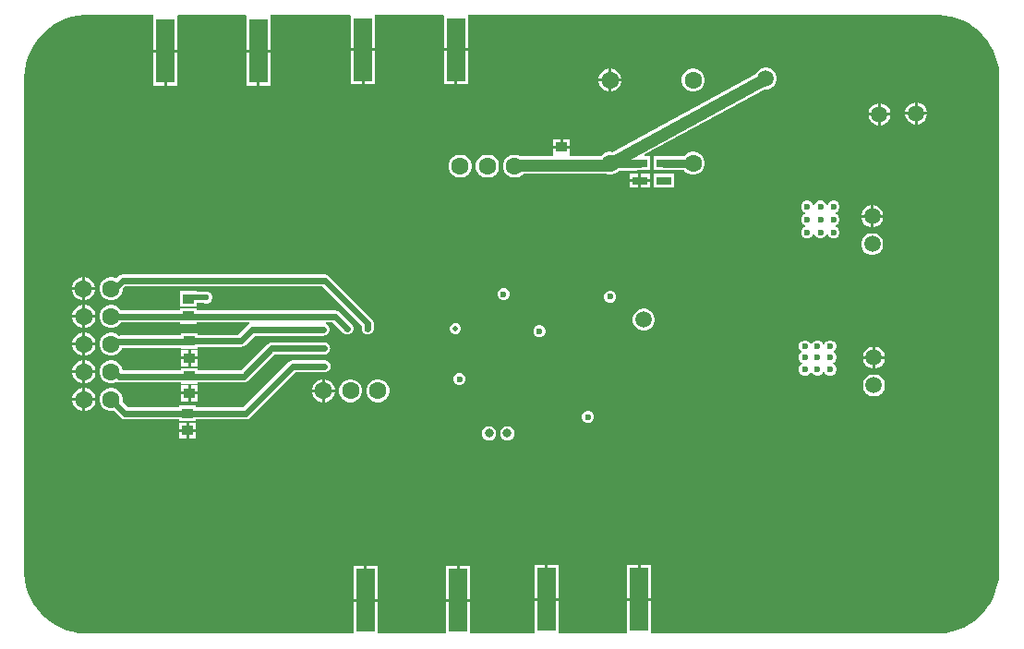
<source format=gbl>
G04*
G04 #@! TF.GenerationSoftware,Altium Limited,Altium Designer,21.1.1 (26)*
G04*
G04 Layer_Physical_Order=4*
G04 Layer_Color=16711680*
%FSLAX43Y43*%
%MOMM*%
G71*
G04*
G04 #@! TF.SameCoordinates,7D77D7A2-79D2-47A9-8A17-8AFE765D4546*
G04*
G04*
G04 #@! TF.FilePolarity,Positive*
G04*
G01*
G75*
%ADD17R,1.702X5.842*%
%ADD22R,1.020X0.940*%
%ADD51C,1.600*%
%ADD55C,0.600*%
%ADD61C,0.600*%
%ADD62C,0.800*%
%ADD63C,1.100*%
%ADD64C,0.500*%
%ADD67C,4.000*%
%ADD68C,1.500*%
%ADD69C,0.800*%
%ADD70C,0.500*%
%ADD71R,1.400X0.800*%
G36*
X84776Y57070D02*
X85336Y56967D01*
X85884Y56808D01*
X86413Y56597D01*
X86918Y56334D01*
X87396Y56022D01*
X87839Y55665D01*
X88246Y55265D01*
X88611Y54827D01*
X88930Y54356D01*
X89202Y53855D01*
X89422Y53329D01*
X89590Y52785D01*
X89703Y52226D01*
X89760Y51659D01*
X89760Y51374D01*
X89760Y51374D01*
X89760Y51374D01*
X89765Y48799D01*
X89742Y6232D01*
X89743Y6228D01*
X89742Y6225D01*
X89747Y5940D01*
X89700Y5373D01*
X89597Y4812D01*
X89438Y4265D01*
X89227Y3736D01*
X88964Y3230D01*
X88653Y2754D01*
X88296Y2310D01*
X87896Y1903D01*
X87459Y1538D01*
X86987Y1219D01*
X86487Y947D01*
X85961Y727D01*
X85417Y559D01*
X84858Y446D01*
X84292Y389D01*
X84007Y388D01*
X57858D01*
Y3398D01*
X55648D01*
Y388D01*
X49349D01*
Y3398D01*
X47139D01*
Y388D01*
X41258D01*
Y3323D01*
X39048D01*
Y388D01*
X32749D01*
Y3323D01*
X30539D01*
Y388D01*
X7249D01*
X6205Y390D01*
X6202Y389D01*
X6199Y390D01*
X5914Y385D01*
X5346Y432D01*
X4786Y535D01*
X4238Y694D01*
X3709Y905D01*
X3204Y1168D01*
X2727Y1479D01*
X2283Y1836D01*
X1877Y2236D01*
X1512Y2673D01*
X1192Y3145D01*
X921Y3646D01*
X700Y4171D01*
X532Y4715D01*
X419Y5274D01*
X362Y5840D01*
Y7253D01*
Y51570D01*
X390Y51906D01*
X534Y52687D01*
X692Y53235D01*
X904Y53764D01*
X1167Y54269D01*
X1478Y54746D01*
X1835Y55190D01*
X2234Y55596D01*
X2672Y55961D01*
X3144Y56281D01*
X3644Y56553D01*
X4170Y56773D01*
X4714Y56941D01*
X5272Y57054D01*
X5839Y57111D01*
X6124Y57111D01*
X12152Y57111D01*
X12189Y56984D01*
Y53952D01*
X13294D01*
X14399D01*
Y56984D01*
X14399Y57000D01*
X14436Y57111D01*
X20662Y57112D01*
X20698Y56985D01*
Y53952D01*
X21803D01*
X22908D01*
Y56985D01*
X22908Y57000D01*
X22944Y57112D01*
X30211Y57112D01*
X30301Y57022D01*
Y54070D01*
X31406D01*
X32511D01*
Y57112D01*
X38720Y57112D01*
X38810Y57022D01*
Y54070D01*
X39915D01*
X41020D01*
Y57112D01*
X83917Y57113D01*
X83920Y57113D01*
X83923Y57113D01*
X84208Y57117D01*
X84776Y57070D01*
D02*
G37*
%LPC*%
G36*
X54189Y52189D02*
X54177D01*
Y51262D01*
X55104D01*
Y51274D01*
X55032Y51542D01*
X54893Y51782D01*
X54697Y51978D01*
X54457Y52117D01*
X54189Y52189D01*
D02*
G37*
G36*
X53923D02*
X53911D01*
X53643Y52117D01*
X53403Y51978D01*
X53207Y51782D01*
X53068Y51542D01*
X52996Y51274D01*
Y51262D01*
X53923D01*
Y52189D01*
D02*
G37*
G36*
X41020Y53816D02*
X40042D01*
Y50768D01*
X41020D01*
Y53816D01*
D02*
G37*
G36*
X39788D02*
X38810D01*
Y50768D01*
X39788D01*
Y53816D01*
D02*
G37*
G36*
X32511D02*
X31533D01*
Y50768D01*
X32511D01*
Y53816D01*
D02*
G37*
G36*
X31279D02*
X30301D01*
Y50768D01*
X31279D01*
Y53816D01*
D02*
G37*
G36*
X22908Y53698D02*
X21930D01*
Y50650D01*
X22908D01*
Y53698D01*
D02*
G37*
G36*
X21676D02*
X20698D01*
Y50650D01*
X21676D01*
Y53698D01*
D02*
G37*
G36*
X14399D02*
X13421D01*
Y50650D01*
X14399D01*
Y53698D01*
D02*
G37*
G36*
X13167D02*
X12189D01*
Y50650D01*
X13167D01*
Y53698D01*
D02*
G37*
G36*
X68482Y52294D02*
X68218D01*
X67962Y52226D01*
X67734Y52093D01*
X67547Y51906D01*
X67437Y51716D01*
X54257Y44546D01*
X54189Y44564D01*
X53911D01*
X53643Y44492D01*
X53403Y44353D01*
X53230Y44181D01*
X50403D01*
X50374Y44296D01*
X50374Y44308D01*
Y44893D01*
X49610D01*
Y45020D01*
D01*
Y44893D01*
X48846D01*
Y44308D01*
X48846Y44296D01*
X48817Y44181D01*
X45819D01*
X45730Y44232D01*
X45462Y44304D01*
X45185D01*
X44917Y44232D01*
X44676Y44093D01*
X44480Y43897D01*
X44341Y43657D01*
X44269Y43388D01*
Y43111D01*
X44341Y42843D01*
X44480Y42603D01*
X44676Y42406D01*
X44917Y42268D01*
X45185Y42196D01*
X45462D01*
X45730Y42268D01*
X45971Y42406D01*
X46123Y42559D01*
X53589D01*
X53643Y42528D01*
X53911Y42456D01*
X54189D01*
X54457Y42528D01*
X54697Y42667D01*
X54881Y42850D01*
X56470D01*
X56622Y42870D01*
X56790D01*
X56833Y42876D01*
X57744D01*
Y44184D01*
X57243D01*
X57212Y44307D01*
X68207Y50289D01*
X68218Y50286D01*
X68482D01*
X68738Y50354D01*
X68966Y50487D01*
X69153Y50674D01*
X69286Y50902D01*
X69354Y51158D01*
Y51422D01*
X69286Y51678D01*
X69153Y51906D01*
X68966Y52093D01*
X68738Y52226D01*
X68482Y52294D01*
D02*
G37*
G36*
X61814Y52189D02*
X61536D01*
X61268Y52117D01*
X61028Y51978D01*
X60832Y51782D01*
X60693Y51542D01*
X60621Y51274D01*
Y50996D01*
X60693Y50728D01*
X60832Y50488D01*
X61028Y50292D01*
X61268Y50153D01*
X61536Y50081D01*
X61814D01*
X62082Y50153D01*
X62322Y50292D01*
X62518Y50488D01*
X62657Y50728D01*
X62729Y50996D01*
Y51274D01*
X62657Y51542D01*
X62518Y51782D01*
X62322Y51978D01*
X62082Y52117D01*
X61814Y52189D01*
D02*
G37*
G36*
X55104Y51008D02*
X54177D01*
Y50081D01*
X54189D01*
X54457Y50153D01*
X54697Y50292D01*
X54893Y50488D01*
X55032Y50728D01*
X55104Y50996D01*
Y51008D01*
D02*
G37*
G36*
X53923D02*
X52996D01*
Y50996D01*
X53068Y50728D01*
X53207Y50488D01*
X53403Y50292D01*
X53643Y50153D01*
X53911Y50081D01*
X53923D01*
Y51008D01*
D02*
G37*
G36*
X82272Y49104D02*
X82267D01*
Y48227D01*
X83144D01*
Y48232D01*
X83076Y48488D01*
X82943Y48716D01*
X82756Y48903D01*
X82528Y49036D01*
X82272Y49104D01*
D02*
G37*
G36*
X82013D02*
X82008D01*
X81752Y49036D01*
X81524Y48903D01*
X81337Y48716D01*
X81204Y48488D01*
X81136Y48232D01*
Y48227D01*
X82013D01*
Y49104D01*
D02*
G37*
G36*
X78902Y49014D02*
X78897D01*
Y48137D01*
X79774D01*
Y48142D01*
X79706Y48398D01*
X79573Y48626D01*
X79386Y48813D01*
X79158Y48946D01*
X78902Y49014D01*
D02*
G37*
G36*
X78643D02*
X78638D01*
X78382Y48946D01*
X78154Y48813D01*
X77967Y48626D01*
X77834Y48398D01*
X77766Y48142D01*
Y48137D01*
X78643D01*
Y49014D01*
D02*
G37*
G36*
X83144Y47973D02*
X82267D01*
Y47096D01*
X82272D01*
X82528Y47164D01*
X82756Y47297D01*
X82943Y47484D01*
X83076Y47712D01*
X83144Y47968D01*
Y47973D01*
D02*
G37*
G36*
X82013D02*
X81136D01*
Y47968D01*
X81204Y47712D01*
X81337Y47484D01*
X81524Y47297D01*
X81752Y47164D01*
X82008Y47096D01*
X82013D01*
Y47973D01*
D02*
G37*
G36*
X79774Y47883D02*
X78897D01*
Y47006D01*
X78902D01*
X79158Y47074D01*
X79386Y47207D01*
X79573Y47394D01*
X79706Y47622D01*
X79774Y47878D01*
Y47883D01*
D02*
G37*
G36*
X78643D02*
X77766D01*
Y47878D01*
X77834Y47622D01*
X77967Y47394D01*
X78154Y47207D01*
X78382Y47074D01*
X78638Y47006D01*
X78643D01*
Y47883D01*
D02*
G37*
G36*
X50374Y45744D02*
X49737D01*
Y45147D01*
X50374D01*
Y45744D01*
D02*
G37*
G36*
X49483D02*
X48846D01*
Y45147D01*
X49483D01*
Y45744D01*
D02*
G37*
G36*
X61814Y44564D02*
X61536D01*
X61268Y44492D01*
X61028Y44353D01*
X60864Y44190D01*
X58990D01*
X58947Y44184D01*
X58036D01*
Y42876D01*
X58947D01*
X58990Y42870D01*
X60827D01*
X60832Y42863D01*
X61028Y42667D01*
X61268Y42528D01*
X61536Y42456D01*
X61814D01*
X62082Y42528D01*
X62322Y42667D01*
X62518Y42863D01*
X62657Y43103D01*
X62729Y43371D01*
Y43649D01*
X62657Y43917D01*
X62518Y44157D01*
X62322Y44353D01*
X62082Y44492D01*
X61814Y44564D01*
D02*
G37*
G36*
X42962Y44304D02*
X42685D01*
X42417Y44232D01*
X42176Y44093D01*
X41980Y43897D01*
X41841Y43657D01*
X41769Y43388D01*
Y43111D01*
X41841Y42843D01*
X41980Y42603D01*
X42176Y42406D01*
X42417Y42268D01*
X42685Y42196D01*
X42962D01*
X43230Y42268D01*
X43471Y42406D01*
X43667Y42603D01*
X43806Y42843D01*
X43877Y43111D01*
Y43388D01*
X43806Y43657D01*
X43667Y43897D01*
X43471Y44093D01*
X43230Y44232D01*
X42962Y44304D01*
D02*
G37*
G36*
X40462D02*
X40185D01*
X39917Y44232D01*
X39676Y44093D01*
X39480Y43897D01*
X39341Y43657D01*
X39269Y43388D01*
Y43111D01*
X39341Y42843D01*
X39480Y42603D01*
X39676Y42406D01*
X39917Y42268D01*
X40185Y42196D01*
X40462D01*
X40730Y42268D01*
X40971Y42406D01*
X41167Y42603D01*
X41306Y42843D01*
X41377Y43111D01*
Y43388D01*
X41306Y43657D01*
X41167Y43897D01*
X40971Y44093D01*
X40730Y44232D01*
X40462Y44304D01*
D02*
G37*
G36*
X57744Y42584D02*
X56917D01*
Y42057D01*
X57744D01*
Y42584D01*
D02*
G37*
G36*
X56663D02*
X55836D01*
Y42057D01*
X56663D01*
Y42584D01*
D02*
G37*
G36*
X59944D02*
X58036D01*
Y41276D01*
X59944D01*
Y42584D01*
D02*
G37*
G36*
X57744Y41803D02*
X56917D01*
Y41276D01*
X57744D01*
Y41803D01*
D02*
G37*
G36*
X56663D02*
X55836D01*
Y41276D01*
X56663D01*
Y41803D01*
D02*
G37*
G36*
X74680Y40074D02*
X74460D01*
X74256Y39990D01*
X74100Y39834D01*
X74031Y39667D01*
X73899D01*
X73830Y39834D01*
X73674Y39990D01*
X73470Y40074D01*
X73250D01*
X73046Y39990D01*
X72890Y39834D01*
X72813Y39648D01*
X72779Y39643D01*
X72721D01*
X72687Y39648D01*
X72610Y39834D01*
X72454Y39990D01*
X72250Y40074D01*
X72030D01*
X71826Y39990D01*
X71670Y39834D01*
X71586Y39630D01*
Y39410D01*
X71670Y39206D01*
X71826Y39050D01*
X71939Y39004D01*
Y38866D01*
X71826Y38820D01*
X71670Y38664D01*
X71586Y38460D01*
Y38240D01*
X71670Y38036D01*
X71826Y37880D01*
X71963Y37824D01*
Y37686D01*
X71826Y37630D01*
X71670Y37474D01*
X71586Y37270D01*
Y37050D01*
X71670Y36846D01*
X71826Y36690D01*
X72030Y36606D01*
X72250D01*
X72454Y36690D01*
X72610Y36846D01*
X72687Y37032D01*
X72721Y37037D01*
X72779D01*
X72813Y37032D01*
X72890Y36846D01*
X73046Y36690D01*
X73250Y36606D01*
X73470D01*
X73674Y36690D01*
X73830Y36846D01*
X73899Y37013D01*
X74031D01*
X74100Y36846D01*
X74256Y36690D01*
X74460Y36606D01*
X74680D01*
X74884Y36690D01*
X75040Y36846D01*
X75124Y37050D01*
Y37270D01*
X75040Y37474D01*
X74884Y37630D01*
X74747Y37686D01*
Y37824D01*
X74884Y37880D01*
X75040Y38036D01*
X75124Y38240D01*
Y38460D01*
X75040Y38664D01*
X74884Y38820D01*
X74771Y38866D01*
Y39004D01*
X74884Y39050D01*
X75040Y39206D01*
X75124Y39410D01*
Y39630D01*
X75040Y39834D01*
X74884Y39990D01*
X74680Y40074D01*
D02*
G37*
G36*
X78232Y39654D02*
X78227D01*
Y38777D01*
X79104D01*
Y38782D01*
X79036Y39038D01*
X78903Y39266D01*
X78716Y39453D01*
X78488Y39586D01*
X78232Y39654D01*
D02*
G37*
G36*
X77973D02*
X77968D01*
X77712Y39586D01*
X77484Y39453D01*
X77297Y39266D01*
X77164Y39038D01*
X77096Y38782D01*
Y38777D01*
X77973D01*
Y39654D01*
D02*
G37*
G36*
X79104Y38523D02*
X78227D01*
Y37646D01*
X78232D01*
X78488Y37714D01*
X78716Y37847D01*
X78903Y38034D01*
X79036Y38262D01*
X79104Y38518D01*
Y38523D01*
D02*
G37*
G36*
X77973D02*
X77096D01*
Y38518D01*
X77164Y38262D01*
X77297Y38034D01*
X77484Y37847D01*
X77712Y37714D01*
X77968Y37646D01*
X77973D01*
Y38523D01*
D02*
G37*
G36*
X78232Y37104D02*
X77968D01*
X77712Y37036D01*
X77484Y36903D01*
X77297Y36716D01*
X77164Y36488D01*
X77096Y36232D01*
Y35968D01*
X77164Y35712D01*
X77297Y35484D01*
X77484Y35297D01*
X77712Y35164D01*
X77968Y35096D01*
X78232D01*
X78488Y35164D01*
X78716Y35297D01*
X78903Y35484D01*
X79036Y35712D01*
X79104Y35968D01*
Y36232D01*
X79036Y36488D01*
X78903Y36716D01*
X78716Y36903D01*
X78488Y37036D01*
X78232Y37104D01*
D02*
G37*
G36*
X27900Y33335D02*
X27900Y33335D01*
X9354D01*
X9354Y33335D01*
X9138Y33292D01*
X8955Y33169D01*
X8955Y33169D01*
X8760Y32975D01*
X8730Y32992D01*
X8462Y33064D01*
X8185D01*
X7917Y32992D01*
X7676Y32853D01*
X7480Y32657D01*
X7341Y32417D01*
X7269Y32148D01*
Y31871D01*
X7341Y31603D01*
X7480Y31363D01*
X7676Y31166D01*
X7917Y31028D01*
X8185Y30956D01*
X8462D01*
X8730Y31028D01*
X8971Y31166D01*
X9167Y31363D01*
X9306Y31603D01*
X9377Y31871D01*
Y31994D01*
X9588Y32205D01*
X27666D01*
X31275Y28596D01*
Y28380D01*
X31286Y28325D01*
Y28270D01*
X31307Y28218D01*
X31318Y28164D01*
X31349Y28118D01*
X31370Y28066D01*
X31410Y28027D01*
X31441Y27981D01*
X31487Y27950D01*
X31526Y27910D01*
X31578Y27889D01*
X31624Y27858D01*
X31678Y27847D01*
X31730Y27826D01*
X31785D01*
X31840Y27815D01*
X31895Y27826D01*
X31950D01*
X32002Y27847D01*
X32056Y27858D01*
X32102Y27889D01*
X32154Y27910D01*
X32193Y27950D01*
X32239Y27981D01*
X32270Y28027D01*
X32310Y28066D01*
X32331Y28118D01*
X32362Y28164D01*
X32373Y28218D01*
X32394Y28270D01*
Y28325D01*
X32405Y28380D01*
Y28830D01*
X32362Y29046D01*
X32239Y29229D01*
X32239Y29229D01*
X28299Y33169D01*
X28116Y33292D01*
X27900Y33335D01*
D02*
G37*
G36*
X5922Y33064D02*
X5910D01*
Y32137D01*
X6837D01*
Y32148D01*
X6766Y32417D01*
X6627Y32657D01*
X6431Y32853D01*
X6190Y32992D01*
X5922Y33064D01*
D02*
G37*
G36*
X5656D02*
X5645D01*
X5377Y32992D01*
X5136Y32853D01*
X4940Y32657D01*
X4801Y32417D01*
X4729Y32148D01*
Y32137D01*
X5656D01*
Y33064D01*
D02*
G37*
G36*
X6837Y31883D02*
X5910D01*
Y30956D01*
X5922D01*
X6190Y31028D01*
X6431Y31166D01*
X6627Y31363D01*
X6766Y31603D01*
X6837Y31871D01*
Y31883D01*
D02*
G37*
G36*
X5656D02*
X4729D01*
Y31871D01*
X4801Y31603D01*
X4940Y31363D01*
X5136Y31166D01*
X5377Y31028D01*
X5645Y30956D01*
X5656D01*
Y31883D01*
D02*
G37*
G36*
X44400Y32054D02*
X44180D01*
X43976Y31970D01*
X43820Y31814D01*
X43736Y31610D01*
Y31390D01*
X43820Y31186D01*
X43976Y31030D01*
X44180Y30946D01*
X44400D01*
X44604Y31030D01*
X44760Y31186D01*
X44844Y31390D01*
Y31610D01*
X44760Y31814D01*
X44604Y31970D01*
X44400Y32054D01*
D02*
G37*
G36*
X54190Y31827D02*
X53970D01*
X53766Y31743D01*
X53610Y31587D01*
X53526Y31383D01*
Y31163D01*
X53610Y30959D01*
X53766Y30803D01*
X53970Y30719D01*
X54190D01*
X54394Y30803D01*
X54550Y30959D01*
X54634Y31163D01*
Y31383D01*
X54550Y31587D01*
X54394Y31743D01*
X54190Y31827D01*
D02*
G37*
G36*
X16184Y31794D02*
X14656D01*
Y30346D01*
X16184D01*
Y30686D01*
X16847D01*
X16920Y30656D01*
X17140D01*
X17344Y30740D01*
X17500Y30896D01*
X17584Y31100D01*
Y31320D01*
X17500Y31524D01*
X17344Y31680D01*
X17140Y31764D01*
X16920D01*
X16799Y31714D01*
X16184D01*
Y31794D01*
D02*
G37*
G36*
X5962Y30524D02*
X5950D01*
Y29597D01*
X6877D01*
Y29608D01*
X6806Y29877D01*
X6667Y30117D01*
X6471Y30313D01*
X6230Y30452D01*
X5962Y30524D01*
D02*
G37*
G36*
X5696D02*
X5685D01*
X5417Y30452D01*
X5176Y30313D01*
X4980Y30117D01*
X4841Y29877D01*
X4769Y29608D01*
Y29597D01*
X5696D01*
Y30524D01*
D02*
G37*
G36*
X6877Y29343D02*
X5950D01*
Y28416D01*
X5962D01*
X6230Y28488D01*
X6471Y28626D01*
X6667Y28823D01*
X6806Y29063D01*
X6877Y29331D01*
Y29343D01*
D02*
G37*
G36*
X5696D02*
X4769D01*
Y29331D01*
X4841Y29063D01*
X4980Y28823D01*
X5176Y28626D01*
X5417Y28488D01*
X5685Y28416D01*
X5696D01*
Y29343D01*
D02*
G37*
G36*
X57282Y30184D02*
X57018D01*
X56762Y30116D01*
X56534Y29983D01*
X56347Y29796D01*
X56214Y29568D01*
X56146Y29312D01*
Y29048D01*
X56214Y28792D01*
X56347Y28564D01*
X56534Y28377D01*
X56762Y28244D01*
X57018Y28176D01*
X57282D01*
X57538Y28244D01*
X57766Y28377D01*
X57953Y28564D01*
X58086Y28792D01*
X58154Y29048D01*
Y29312D01*
X58086Y29568D01*
X57953Y29796D01*
X57766Y29983D01*
X57538Y30116D01*
X57282Y30184D01*
D02*
G37*
G36*
X39999Y28854D02*
X39798D01*
X39613Y28777D01*
X39471Y28635D01*
X39394Y28450D01*
Y28249D01*
X39471Y28064D01*
X39613Y27922D01*
X39798Y27846D01*
X39999D01*
X40184Y27922D01*
X40326Y28064D01*
X40402Y28249D01*
Y28450D01*
X40326Y28635D01*
X40184Y28777D01*
X39999Y28854D01*
D02*
G37*
G36*
X8462Y30524D02*
X8185D01*
X7917Y30452D01*
X7676Y30313D01*
X7480Y30117D01*
X7341Y29877D01*
X7269Y29608D01*
Y29331D01*
X7341Y29063D01*
X7480Y28823D01*
X7676Y28626D01*
X7917Y28488D01*
X8185Y28416D01*
X8462D01*
X8730Y28488D01*
X8971Y28626D01*
X9167Y28823D01*
X9214Y28905D01*
X14656D01*
Y28766D01*
X16184D01*
Y28905D01*
X20992D01*
X21004Y28873D01*
X21013Y28778D01*
X20851Y28669D01*
X20851Y28669D01*
X19976Y27795D01*
X16274D01*
Y27944D01*
X14746D01*
Y27715D01*
X9175D01*
X9053Y27691D01*
X8971Y27773D01*
X8730Y27912D01*
X8462Y27984D01*
X8185D01*
X7917Y27912D01*
X7676Y27773D01*
X7480Y27577D01*
X7341Y27337D01*
X7269Y27068D01*
Y26791D01*
X7341Y26523D01*
X7480Y26283D01*
X7676Y26086D01*
X7917Y25948D01*
X8185Y25876D01*
X8462D01*
X8730Y25948D01*
X8971Y26086D01*
X9167Y26283D01*
X9306Y26523D01*
X9322Y26585D01*
X14746D01*
Y26496D01*
X16274D01*
Y26665D01*
X20210D01*
X20210Y26665D01*
X20426Y26708D01*
X20609Y26831D01*
X21484Y27705D01*
X27780D01*
X27835Y27716D01*
X27890D01*
X27942Y27737D01*
X27996Y27748D01*
X28042Y27779D01*
X28094Y27800D01*
X28133Y27840D01*
X28179Y27871D01*
X28210Y27917D01*
X28250Y27956D01*
X28271Y28008D01*
X28302Y28054D01*
X28313Y28108D01*
X28334Y28160D01*
Y28215D01*
X28345Y28270D01*
X28334Y28325D01*
Y28380D01*
X28313Y28432D01*
X28302Y28486D01*
X28271Y28532D01*
X28250Y28584D01*
X28210Y28623D01*
X28179Y28669D01*
X28133Y28700D01*
X28094Y28740D01*
X28042Y28761D01*
X28017Y28778D01*
X28026Y28873D01*
X28038Y28905D01*
X28646D01*
X29571Y27981D01*
X29617Y27950D01*
X29656Y27910D01*
X29708Y27889D01*
X29754Y27858D01*
X29808Y27847D01*
X29860Y27826D01*
X29915D01*
X29970Y27815D01*
X30025Y27826D01*
X30080D01*
X30132Y27847D01*
X30186Y27858D01*
X30232Y27889D01*
X30284Y27910D01*
X30323Y27950D01*
X30369Y27981D01*
X30400Y28027D01*
X30440Y28066D01*
X30461Y28118D01*
X30492Y28164D01*
X30503Y28218D01*
X30524Y28270D01*
Y28325D01*
X30535Y28380D01*
X30524Y28435D01*
Y28490D01*
X30503Y28542D01*
X30492Y28596D01*
X30461Y28642D01*
X30440Y28694D01*
X30400Y28733D01*
X30369Y28779D01*
X29280Y29869D01*
X29096Y29992D01*
X28880Y30035D01*
X28880Y30035D01*
X16184D01*
Y30214D01*
X14656D01*
Y30035D01*
X9214D01*
X9167Y30117D01*
X8971Y30313D01*
X8730Y30452D01*
X8462Y30524D01*
D02*
G37*
G36*
X47690Y28653D02*
X47470D01*
X47266Y28569D01*
X47110Y28413D01*
X47026Y28210D01*
Y27989D01*
X47110Y27786D01*
X47266Y27630D01*
X47470Y27545D01*
X47690D01*
X47894Y27630D01*
X48050Y27786D01*
X48134Y27989D01*
Y28210D01*
X48050Y28413D01*
X47894Y28569D01*
X47690Y28653D01*
D02*
G37*
G36*
X5962Y27984D02*
X5950D01*
Y27057D01*
X6877D01*
Y27068D01*
X6806Y27337D01*
X6667Y27577D01*
X6471Y27773D01*
X6230Y27912D01*
X5962Y27984D01*
D02*
G37*
G36*
X5696D02*
X5685D01*
X5417Y27912D01*
X5176Y27773D01*
X4980Y27577D01*
X4841Y27337D01*
X4769Y27068D01*
Y27057D01*
X5696D01*
Y27984D01*
D02*
G37*
G36*
X74350Y27274D02*
X74130D01*
X73926Y27190D01*
X73770Y27034D01*
X73729Y26933D01*
X73591D01*
X73550Y27034D01*
X73394Y27190D01*
X73190Y27274D01*
X72970D01*
X72766Y27190D01*
X72610Y27034D01*
X72584Y26970D01*
X72446D01*
X72420Y27034D01*
X72264Y27190D01*
X72060Y27274D01*
X71840D01*
X71636Y27190D01*
X71480Y27034D01*
X71396Y26830D01*
Y26610D01*
X71480Y26406D01*
X71584Y26303D01*
X71622Y26220D01*
X71584Y26137D01*
X71480Y26034D01*
X71396Y25830D01*
Y25610D01*
X71480Y25406D01*
X71636Y25250D01*
X71677Y25233D01*
Y25107D01*
X71636Y25090D01*
X71480Y24934D01*
X71396Y24730D01*
Y24510D01*
X71480Y24306D01*
X71636Y24150D01*
X71840Y24066D01*
X72060D01*
X72264Y24150D01*
X72420Y24306D01*
X72446Y24370D01*
X72584D01*
X72610Y24306D01*
X72766Y24150D01*
X72970Y24066D01*
X73190D01*
X73394Y24150D01*
X73550Y24306D01*
X73591Y24407D01*
X73729D01*
X73770Y24306D01*
X73926Y24150D01*
X74130Y24066D01*
X74350D01*
X74554Y24150D01*
X74710Y24306D01*
X74794Y24510D01*
Y24730D01*
X74710Y24934D01*
X74554Y25090D01*
X74513Y25107D01*
Y25233D01*
X74554Y25250D01*
X74710Y25406D01*
X74794Y25610D01*
Y25830D01*
X74710Y26034D01*
X74606Y26137D01*
X74568Y26220D01*
X74606Y26303D01*
X74710Y26406D01*
X74794Y26610D01*
Y26830D01*
X74710Y27034D01*
X74554Y27190D01*
X74350Y27274D01*
D02*
G37*
G36*
X6877Y26803D02*
X5950D01*
Y25876D01*
X5962D01*
X6230Y25948D01*
X6471Y26086D01*
X6667Y26283D01*
X6806Y26523D01*
X6877Y26791D01*
Y26803D01*
D02*
G37*
G36*
X5696D02*
X4769D01*
Y26791D01*
X4841Y26523D01*
X4980Y26283D01*
X5176Y26086D01*
X5417Y25948D01*
X5685Y25876D01*
X5696D01*
Y26803D01*
D02*
G37*
G36*
X78392Y26694D02*
X78387D01*
Y25817D01*
X79264D01*
Y25822D01*
X79196Y26078D01*
X79063Y26306D01*
X78876Y26493D01*
X78648Y26626D01*
X78392Y26694D01*
D02*
G37*
G36*
X78133D02*
X78128D01*
X77872Y26626D01*
X77644Y26493D01*
X77457Y26306D01*
X77324Y26078D01*
X77256Y25822D01*
Y25817D01*
X78133D01*
Y26694D01*
D02*
G37*
G36*
X16274Y26364D02*
X15637D01*
Y25767D01*
X16274D01*
Y26364D01*
D02*
G37*
G36*
X15383D02*
X14746D01*
Y25767D01*
X15383D01*
Y26364D01*
D02*
G37*
G36*
X16274Y25513D02*
X15637D01*
Y24916D01*
X16274D01*
Y25513D01*
D02*
G37*
G36*
X15383D02*
X14746D01*
Y24916D01*
X15383D01*
Y25513D01*
D02*
G37*
G36*
X79264Y25563D02*
X78387D01*
Y24686D01*
X78392D01*
X78648Y24754D01*
X78876Y24887D01*
X79063Y25074D01*
X79196Y25302D01*
X79264Y25558D01*
Y25563D01*
D02*
G37*
G36*
X78133D02*
X77256D01*
Y25558D01*
X77324Y25302D01*
X77457Y25074D01*
X77644Y24887D01*
X77872Y24754D01*
X78128Y24686D01*
X78133D01*
Y25563D01*
D02*
G37*
G36*
X23040Y27105D02*
X22824Y27062D01*
X22641Y26939D01*
X22641Y26939D01*
X20226Y24525D01*
X16254D01*
Y24724D01*
X14726D01*
Y24525D01*
X9377D01*
Y24528D01*
X9306Y24797D01*
X9167Y25037D01*
X8971Y25233D01*
X8730Y25372D01*
X8462Y25444D01*
X8185D01*
X7917Y25372D01*
X7676Y25233D01*
X7480Y25037D01*
X7341Y24797D01*
X7269Y24528D01*
Y24251D01*
X7341Y23983D01*
X7480Y23743D01*
X7676Y23546D01*
X7917Y23408D01*
X8185Y23336D01*
X8462D01*
X8730Y23408D01*
X8796Y23446D01*
X8808Y23438D01*
X9024Y23395D01*
X9024Y23395D01*
X14726D01*
Y23276D01*
X16254D01*
Y23395D01*
X20460D01*
X20460Y23395D01*
X20676Y23438D01*
X20859Y23561D01*
X23274Y25975D01*
X27840D01*
X27895Y25986D01*
X27950D01*
X28002Y26007D01*
X28056Y26018D01*
X28102Y26049D01*
X28154Y26070D01*
X28193Y26110D01*
X28239Y26141D01*
X28270Y26187D01*
X28310Y26226D01*
X28331Y26278D01*
X28362Y26324D01*
X28373Y26378D01*
X28394Y26430D01*
Y26485D01*
X28405Y26540D01*
X28394Y26595D01*
Y26650D01*
X28373Y26702D01*
X28362Y26756D01*
X28331Y26802D01*
X28310Y26854D01*
X28270Y26893D01*
X28239Y26939D01*
X28193Y26970D01*
X28154Y27010D01*
X28102Y27031D01*
X28056Y27062D01*
X28002Y27073D01*
X27950Y27094D01*
X27895D01*
X27840Y27105D01*
X23040D01*
X23040Y27105D01*
D02*
G37*
G36*
X5962Y25444D02*
X5950D01*
Y24517D01*
X6877D01*
Y24528D01*
X6806Y24797D01*
X6667Y25037D01*
X6471Y25233D01*
X6230Y25372D01*
X5962Y25444D01*
D02*
G37*
G36*
X5696D02*
X5685D01*
X5417Y25372D01*
X5176Y25233D01*
X4980Y25037D01*
X4841Y24797D01*
X4769Y24528D01*
Y24517D01*
X5696D01*
Y25444D01*
D02*
G37*
G36*
X6877Y24263D02*
X5950D01*
Y23336D01*
X5962D01*
X6230Y23408D01*
X6471Y23546D01*
X6667Y23743D01*
X6806Y23983D01*
X6877Y24251D01*
Y24263D01*
D02*
G37*
G36*
X5696D02*
X4769D01*
Y24251D01*
X4841Y23983D01*
X4980Y23743D01*
X5176Y23546D01*
X5417Y23408D01*
X5685Y23336D01*
X5696D01*
Y24263D01*
D02*
G37*
G36*
X40359Y24279D02*
X40138D01*
X39935Y24194D01*
X39779Y24039D01*
X39694Y23835D01*
Y23615D01*
X39779Y23411D01*
X39935Y23255D01*
X40138Y23171D01*
X40359D01*
X40562Y23255D01*
X40718Y23411D01*
X40802Y23615D01*
Y23835D01*
X40718Y24039D01*
X40562Y24194D01*
X40359Y24279D01*
D02*
G37*
G36*
X27912Y23704D02*
X27900D01*
Y22777D01*
X28827D01*
Y22788D01*
X28756Y23057D01*
X28617Y23297D01*
X28421Y23493D01*
X28180Y23632D01*
X27912Y23704D01*
D02*
G37*
G36*
X27646D02*
X27635D01*
X27367Y23632D01*
X27126Y23493D01*
X26930Y23297D01*
X26791Y23057D01*
X26719Y22788D01*
Y22777D01*
X27646D01*
Y23704D01*
D02*
G37*
G36*
X16254Y23144D02*
X15617D01*
Y22547D01*
X16254D01*
Y23144D01*
D02*
G37*
G36*
X15363D02*
X14726D01*
Y22547D01*
X15363D01*
Y23144D01*
D02*
G37*
G36*
X78392Y24144D02*
X78128D01*
X77872Y24076D01*
X77644Y23943D01*
X77457Y23756D01*
X77324Y23528D01*
X77256Y23272D01*
Y23008D01*
X77324Y22752D01*
X77457Y22524D01*
X77644Y22337D01*
X77872Y22204D01*
X78128Y22136D01*
X78392D01*
X78648Y22204D01*
X78876Y22337D01*
X79063Y22524D01*
X79196Y22752D01*
X79264Y23008D01*
Y23272D01*
X79196Y23528D01*
X79063Y23756D01*
X78876Y23943D01*
X78648Y24076D01*
X78392Y24144D01*
D02*
G37*
G36*
X5962Y22904D02*
X5950D01*
Y21977D01*
X6877D01*
Y21988D01*
X6806Y22257D01*
X6667Y22497D01*
X6471Y22693D01*
X6230Y22832D01*
X5962Y22904D01*
D02*
G37*
G36*
X5696D02*
X5685D01*
X5417Y22832D01*
X5176Y22693D01*
X4980Y22497D01*
X4841Y22257D01*
X4769Y21988D01*
Y21977D01*
X5696D01*
Y22904D01*
D02*
G37*
G36*
X16254Y22293D02*
X15617D01*
Y21696D01*
X16254D01*
Y22293D01*
D02*
G37*
G36*
X15363D02*
X14726D01*
Y21696D01*
X15363D01*
Y22293D01*
D02*
G37*
G36*
X32912Y23704D02*
X32635D01*
X32367Y23632D01*
X32126Y23493D01*
X31930Y23297D01*
X31791Y23057D01*
X31719Y22788D01*
Y22511D01*
X31791Y22243D01*
X31930Y22003D01*
X32126Y21806D01*
X32367Y21668D01*
X32635Y21596D01*
X32912D01*
X33180Y21668D01*
X33421Y21806D01*
X33617Y22003D01*
X33756Y22243D01*
X33827Y22511D01*
Y22788D01*
X33756Y23057D01*
X33617Y23297D01*
X33421Y23493D01*
X33180Y23632D01*
X32912Y23704D01*
D02*
G37*
G36*
X30412D02*
X30135D01*
X29867Y23632D01*
X29626Y23493D01*
X29430Y23297D01*
X29291Y23057D01*
X29219Y22788D01*
Y22511D01*
X29291Y22243D01*
X29430Y22003D01*
X29626Y21806D01*
X29867Y21668D01*
X30135Y21596D01*
X30412D01*
X30680Y21668D01*
X30921Y21806D01*
X31117Y22003D01*
X31256Y22243D01*
X31327Y22511D01*
Y22788D01*
X31256Y23057D01*
X31117Y23297D01*
X30921Y23493D01*
X30680Y23632D01*
X30412Y23704D01*
D02*
G37*
G36*
X28827Y22523D02*
X27900D01*
Y21596D01*
X27912D01*
X28180Y21668D01*
X28421Y21806D01*
X28617Y22003D01*
X28756Y22243D01*
X28827Y22511D01*
Y22523D01*
D02*
G37*
G36*
X27646D02*
X26719D01*
Y22511D01*
X26791Y22243D01*
X26930Y22003D01*
X27126Y21806D01*
X27367Y21668D01*
X27635Y21596D01*
X27646D01*
Y22523D01*
D02*
G37*
G36*
X24980Y25465D02*
X24764Y25422D01*
X24580Y25299D01*
X24580Y25299D01*
X20444Y21163D01*
X16114D01*
Y21294D01*
X14586D01*
Y21163D01*
X9810D01*
X9353Y21619D01*
X9377Y21711D01*
Y21988D01*
X9306Y22257D01*
X9167Y22497D01*
X8971Y22693D01*
X8730Y22832D01*
X8462Y22904D01*
X8185D01*
X7917Y22832D01*
X7676Y22693D01*
X7480Y22497D01*
X7341Y22257D01*
X7269Y21988D01*
Y21711D01*
X7341Y21443D01*
X7480Y21203D01*
X7676Y21006D01*
X7917Y20868D01*
X8185Y20796D01*
X8462D01*
X8554Y20820D01*
X9176Y20198D01*
X9176Y20198D01*
X9359Y20076D01*
X9576Y20033D01*
X9576Y20033D01*
X14586D01*
Y19846D01*
X16114D01*
Y20033D01*
X20678D01*
X20678Y20033D01*
X20894Y20076D01*
X21077Y20198D01*
X25214Y24335D01*
X27873D01*
X27928Y24346D01*
X27984D01*
X28035Y24367D01*
X28090Y24378D01*
X28136Y24409D01*
X28187Y24430D01*
X28227Y24469D01*
X28273Y24500D01*
X28304Y24547D01*
X28343Y24586D01*
X28364Y24637D01*
X28395Y24684D01*
X28406Y24738D01*
X28427Y24789D01*
Y24845D01*
X28438Y24900D01*
X28427Y24954D01*
Y25010D01*
X28406Y25061D01*
X28395Y25116D01*
X28364Y25162D01*
X28343Y25214D01*
X28304Y25253D01*
X28273Y25299D01*
X28227Y25330D01*
X28187Y25369D01*
X28136Y25391D01*
X28090Y25422D01*
X28035Y25432D01*
X27984Y25454D01*
X27928D01*
X27873Y25465D01*
X24980D01*
X24980Y25465D01*
D02*
G37*
G36*
X6877Y21723D02*
X5950D01*
Y20796D01*
X5962D01*
X6230Y20868D01*
X6471Y21006D01*
X6667Y21203D01*
X6806Y21443D01*
X6877Y21711D01*
Y21723D01*
D02*
G37*
G36*
X5696D02*
X4769D01*
Y21711D01*
X4841Y21443D01*
X4980Y21203D01*
X5176Y21006D01*
X5417Y20868D01*
X5685Y20796D01*
X5696D01*
Y21723D01*
D02*
G37*
G36*
X52160Y20794D02*
X51940D01*
X51736Y20710D01*
X51580Y20554D01*
X51496Y20350D01*
Y20130D01*
X51580Y19926D01*
X51736Y19770D01*
X51940Y19686D01*
X52160D01*
X52364Y19770D01*
X52520Y19926D01*
X52604Y20130D01*
Y20350D01*
X52520Y20554D01*
X52364Y20710D01*
X52160Y20794D01*
D02*
G37*
G36*
X16114Y19714D02*
X15477D01*
Y19117D01*
X16114D01*
Y19714D01*
D02*
G37*
G36*
X15223D02*
X14586D01*
Y19117D01*
X15223D01*
Y19714D01*
D02*
G37*
G36*
X16114Y18863D02*
X15477D01*
Y18266D01*
X16114D01*
Y18863D01*
D02*
G37*
G36*
X15223D02*
X14586D01*
Y18266D01*
X15223D01*
Y18863D01*
D02*
G37*
G36*
X44736Y19404D02*
X44564D01*
X44398Y19359D01*
X44248Y19273D01*
X44127Y19152D01*
X44041Y19002D01*
X43996Y18836D01*
Y18664D01*
X44041Y18498D01*
X44127Y18348D01*
X44248Y18227D01*
X44398Y18141D01*
X44564Y18096D01*
X44736D01*
X44902Y18141D01*
X45052Y18227D01*
X45173Y18348D01*
X45259Y18498D01*
X45304Y18664D01*
Y18836D01*
X45259Y19002D01*
X45173Y19152D01*
X45052Y19273D01*
X44902Y19359D01*
X44736Y19404D01*
D02*
G37*
G36*
X43046D02*
X42874D01*
X42708Y19359D01*
X42558Y19273D01*
X42437Y19152D01*
X42351Y19002D01*
X42306Y18836D01*
Y18664D01*
X42351Y18498D01*
X42437Y18348D01*
X42558Y18227D01*
X42708Y18141D01*
X42874Y18096D01*
X43046D01*
X43212Y18141D01*
X43362Y18227D01*
X43483Y18348D01*
X43569Y18498D01*
X43614Y18664D01*
Y18836D01*
X43569Y19002D01*
X43483Y19152D01*
X43362Y19273D01*
X43212Y19359D01*
X43046Y19404D01*
D02*
G37*
G36*
X57858Y6700D02*
X56880D01*
Y3652D01*
X57858D01*
Y6700D01*
D02*
G37*
G36*
X56626D02*
X55648D01*
Y3652D01*
X56626D01*
Y6700D01*
D02*
G37*
G36*
X49349D02*
X48371D01*
Y3652D01*
X49349D01*
Y6700D01*
D02*
G37*
G36*
X48117D02*
X47139D01*
Y3652D01*
X48117D01*
Y6700D01*
D02*
G37*
G36*
X41258Y6625D02*
X40280D01*
Y3577D01*
X41258D01*
Y6625D01*
D02*
G37*
G36*
X40026D02*
X39048D01*
Y3577D01*
X40026D01*
Y6625D01*
D02*
G37*
G36*
X32749D02*
X31771D01*
Y3577D01*
X32749D01*
Y6625D01*
D02*
G37*
G36*
X31517D02*
X30539D01*
Y3577D01*
X31517D01*
Y6625D01*
D02*
G37*
%LPD*%
G54D17*
X56753Y3525D02*
D03*
X48244D02*
D03*
X31406Y53943D02*
D03*
X39915D02*
D03*
X21803Y53825D02*
D03*
X13294D02*
D03*
X40153Y3450D02*
D03*
X31644D02*
D03*
G54D22*
X15420Y31070D02*
D03*
Y29490D02*
D03*
X15510Y27220D02*
D03*
Y25640D02*
D03*
X15490Y24000D02*
D03*
Y22420D02*
D03*
X15350Y20570D02*
D03*
Y18990D02*
D03*
X49610Y45020D02*
D03*
Y43440D02*
D03*
G54D51*
X61675Y43510D02*
D03*
X54050D02*
D03*
Y51135D02*
D03*
X61675D02*
D03*
X27773Y22650D02*
D03*
X30273D02*
D03*
X32773D02*
D03*
X45323Y43250D02*
D03*
X42823D02*
D03*
X40323D02*
D03*
X8323Y21850D02*
D03*
X5823D02*
D03*
Y24390D02*
D03*
X8323D02*
D03*
Y26930D02*
D03*
X5823D02*
D03*
Y29470D02*
D03*
X8323D02*
D03*
Y32010D02*
D03*
X5783D02*
D03*
G54D55*
X57820Y39480D02*
D03*
X52800Y39360D02*
D03*
X48600Y39570D02*
D03*
X48140Y54150D02*
D03*
X48080Y50730D02*
D03*
X44710Y47080D02*
D03*
X39710Y36590D02*
D03*
X36670Y36640D02*
D03*
X34400Y43050D02*
D03*
X30320Y37840D02*
D03*
X27700Y39780D02*
D03*
X25260Y41910D02*
D03*
X30340Y45480D02*
D03*
X25660Y44900D02*
D03*
X32610Y36310D02*
D03*
X36880Y39660D02*
D03*
X33180Y39670D02*
D03*
X31580Y31540D02*
D03*
X26320Y34760D02*
D03*
X22320Y34600D02*
D03*
X20620Y37990D02*
D03*
X17540Y35140D02*
D03*
X17700Y40260D02*
D03*
X46583Y18303D02*
D03*
X47517Y17399D02*
D03*
X48539Y16595D02*
D03*
X49309Y15548D02*
D03*
X49991Y14441D02*
D03*
X50569Y13276D02*
D03*
X51013Y12055D02*
D03*
X51356Y10801D02*
D03*
X51594Y9523D02*
D03*
X51726Y8229D02*
D03*
X51539Y6943D02*
D03*
X51258Y5673D02*
D03*
Y4373D02*
D03*
Y3073D02*
D03*
Y1773D02*
D03*
X53738Y1760D02*
D03*
Y3060D02*
D03*
Y4360D02*
D03*
Y5660D02*
D03*
X53473Y6932D02*
D03*
X53245Y8212D02*
D03*
X53126Y9507D02*
D03*
X52910Y10788D02*
D03*
X52598Y12051D02*
D03*
X52189Y13285D02*
D03*
X51691Y14485D02*
D03*
X51059Y15621D02*
D03*
X50349Y16710D02*
D03*
X49560Y17744D02*
D03*
X48927Y18879D02*
D03*
X48003Y19793D02*
D03*
X39240Y19514D02*
D03*
X38520Y18431D02*
D03*
X37725Y17403D02*
D03*
X37038Y16299D02*
D03*
X36482Y15124D02*
D03*
X36028Y13906D02*
D03*
X35665Y12658D02*
D03*
X35394Y11386D02*
D03*
X35216Y10098D02*
D03*
X35135Y8801D02*
D03*
Y7501D02*
D03*
X34659Y6291D02*
D03*
Y4991D02*
D03*
Y3691D02*
D03*
Y2391D02*
D03*
Y1091D02*
D03*
X37138Y1079D02*
D03*
Y2379D02*
D03*
Y3679D02*
D03*
Y4979D02*
D03*
Y6279D02*
D03*
X36662Y7488D02*
D03*
Y8788D02*
D03*
X36740Y10086D02*
D03*
X36932Y11372D02*
D03*
X37224Y12638D02*
D03*
X37617Y13878D02*
D03*
X38107Y15082D02*
D03*
X38760Y16206D02*
D03*
X39522Y17259D02*
D03*
X40653Y17900D02*
D03*
X47260Y20910D02*
D03*
X39970Y20710D02*
D03*
X87310Y18980D02*
D03*
X83890Y19920D02*
D03*
X87260Y29470D02*
D03*
X80870Y32570D02*
D03*
X85080D02*
D03*
X40820Y10940D02*
D03*
X45680Y15240D02*
D03*
X47110Y11300D02*
D03*
X43940Y8230D02*
D03*
X41170Y21650D02*
D03*
X46410Y21860D02*
D03*
X44880Y39360D02*
D03*
X47430Y36240D02*
D03*
X45200Y53960D02*
D03*
X45180Y50820D02*
D03*
X41330Y47080D02*
D03*
X55220Y36060D02*
D03*
X33980Y16670D02*
D03*
X31110Y18980D02*
D03*
X28290Y15570D02*
D03*
X31000Y13180D02*
D03*
X28410Y10670D02*
D03*
X77850Y55080D02*
D03*
X71740D02*
D03*
X74440Y52620D02*
D03*
X71620Y49210D02*
D03*
X74330Y46820D02*
D03*
X71740Y44310D02*
D03*
X74280Y41870D02*
D03*
X21630Y47110D02*
D03*
X29330Y47250D02*
D03*
X27960Y49140D02*
D03*
X25120Y47180D02*
D03*
X22436Y44740D02*
D03*
X34730Y45480D02*
D03*
X37430Y43020D02*
D03*
X39670Y39540D02*
D03*
X35190Y34110D02*
D03*
X37270Y32270D02*
D03*
X61120Y37090D02*
D03*
X63950Y39130D02*
D03*
X63820Y34630D02*
D03*
X61000Y31220D02*
D03*
X63710Y28830D02*
D03*
X61120Y26320D02*
D03*
X63660Y23880D02*
D03*
X55690Y22910D02*
D03*
X58520Y24950D02*
D03*
X58390Y20450D02*
D03*
X55570Y17040D02*
D03*
X55690Y12140D02*
D03*
X58230Y9700D02*
D03*
X76450Y15550D02*
D03*
X79280Y17590D02*
D03*
X79150Y13090D02*
D03*
X76330Y9680D02*
D03*
X79040Y7290D02*
D03*
X76450Y4780D02*
D03*
X78990Y2340D02*
D03*
X69390Y15330D02*
D03*
X72220Y17370D02*
D03*
X72090Y12870D02*
D03*
X69270Y9460D02*
D03*
X71980Y7070D02*
D03*
X69390Y4560D02*
D03*
X71930Y2120D02*
D03*
X64440Y17980D02*
D03*
X64310Y13480D02*
D03*
X61490Y10070D02*
D03*
X64200Y7680D02*
D03*
X61610Y5170D02*
D03*
X64150Y2730D02*
D03*
X22580Y5650D02*
D03*
X25170Y8160D02*
D03*
X25410Y18460D02*
D03*
X22460Y10550D02*
D03*
X22580Y16420D02*
D03*
X25280Y13960D02*
D03*
X25120Y3210D02*
D03*
X12470Y45800D02*
D03*
X15300Y47840D02*
D03*
X15170Y43340D02*
D03*
X12350Y39930D02*
D03*
X15060Y37540D02*
D03*
X12470Y35030D02*
D03*
X18660Y3150D02*
D03*
X16120Y5590D02*
D03*
X18710Y8100D02*
D03*
X16000Y10490D02*
D03*
X18820Y13900D02*
D03*
X18950Y18400D02*
D03*
X16120Y16360D02*
D03*
X14000Y49510D02*
D03*
X12480Y49520D02*
D03*
X11360Y50520D02*
D03*
Y51850D02*
D03*
X11390Y53130D02*
D03*
X11400Y54400D02*
D03*
Y55700D02*
D03*
X21230Y49620D02*
D03*
X22750Y49630D02*
D03*
X23870Y50630D02*
D03*
Y51960D02*
D03*
X23840Y53240D02*
D03*
X23830Y54510D02*
D03*
Y55810D02*
D03*
X39460Y49490D02*
D03*
X40980Y49500D02*
D03*
X42100Y50500D02*
D03*
Y51830D02*
D03*
X42070Y53110D02*
D03*
X42060Y54380D02*
D03*
Y55680D02*
D03*
X31810Y49640D02*
D03*
X30290Y49650D02*
D03*
X29170Y50650D02*
D03*
Y51980D02*
D03*
X29200Y53260D02*
D03*
X29210Y54530D02*
D03*
Y55830D02*
D03*
X56060Y7500D02*
D03*
X57580Y7490D02*
D03*
X58700Y6490D02*
D03*
Y5160D02*
D03*
X58670Y3880D02*
D03*
X58660Y2610D02*
D03*
Y1310D02*
D03*
X48880Y7490D02*
D03*
X47360Y7480D02*
D03*
X46240Y6480D02*
D03*
Y5150D02*
D03*
X46270Y3870D02*
D03*
X46280Y2600D02*
D03*
Y1300D02*
D03*
X32370Y7310D02*
D03*
X30850Y7340D02*
D03*
X29730Y6300D02*
D03*
Y4970D02*
D03*
X29760Y3690D02*
D03*
X29770Y2420D02*
D03*
Y1120D02*
D03*
X41940Y1220D02*
D03*
Y2520D02*
D03*
X41950Y3790D02*
D03*
X41980Y5070D02*
D03*
Y6400D02*
D03*
X40860Y7400D02*
D03*
X39340Y7410D02*
D03*
X17030Y31210D02*
D03*
X31840Y28380D02*
D03*
X29970D02*
D03*
X47950Y46940D02*
D03*
X32290Y47580D02*
D03*
X39600Y32980D02*
D03*
X41250Y33020D02*
D03*
X42260Y15210D02*
D03*
X52520Y31300D02*
D03*
X52440Y34680D02*
D03*
X52570Y36430D02*
D03*
X44910Y36180D02*
D03*
X71950Y24620D02*
D03*
X73080D02*
D03*
X74240D02*
D03*
X71950Y25720D02*
D03*
X73080D02*
D03*
X74240D02*
D03*
Y26720D02*
D03*
X73080D02*
D03*
X71950D02*
D03*
X74570Y37160D02*
D03*
X73360D02*
D03*
X72140D02*
D03*
X74570Y38350D02*
D03*
X73360D02*
D03*
X72140D02*
D03*
X74570Y39520D02*
D03*
X73360D02*
D03*
X72140D02*
D03*
X27780Y28270D02*
D03*
X27840Y26540D02*
D03*
X47580Y28100D02*
D03*
X52050Y20240D02*
D03*
X52040Y23390D02*
D03*
X51720Y26090D02*
D03*
X52010Y21890D02*
D03*
X54080Y31273D02*
D03*
X44718Y26481D02*
D03*
Y27381D02*
D03*
Y25556D02*
D03*
Y24606D02*
D03*
X43793Y26481D02*
D03*
Y27381D02*
D03*
Y25556D02*
D03*
Y24606D02*
D03*
X42843Y26481D02*
D03*
Y27381D02*
D03*
Y25556D02*
D03*
Y24606D02*
D03*
X27873Y24900D02*
D03*
X44290Y31500D02*
D03*
X40248Y23725D02*
D03*
X52770Y27960D02*
D03*
X49410Y31180D02*
D03*
G54D61*
X9354Y32770D02*
X27900D01*
X31840Y28380D02*
Y28830D01*
X27900Y32770D02*
X31840Y28830D01*
X8323Y32010D02*
X8594D01*
X9354Y32770D01*
X8594Y24390D02*
X9024Y23960D01*
X20460D01*
X28880Y29470D02*
X29970Y28380D01*
X8323Y29470D02*
X28880D01*
X9576Y20598D02*
X15550D01*
X20678D02*
X24980Y24900D01*
X15550Y20598D02*
X20678D01*
X24980Y24900D02*
X27873D01*
X15450Y27230D02*
X20210D01*
X21250Y28270D02*
X27780D01*
X20210Y27230D02*
X21250Y28270D01*
X15450Y27150D02*
X15450D01*
Y27190D01*
X9175Y27150D02*
X15450D01*
X8323Y26930D02*
X8515Y27121D01*
X9146D01*
X9175Y27150D01*
X20460Y23960D02*
X23040Y26540D01*
X8323Y24390D02*
X8594D01*
X8323Y21850D02*
X9576Y20598D01*
X23040Y26540D02*
X27840D01*
G54D62*
X61655Y43530D02*
X61675Y43510D01*
X58990Y43530D02*
X61655D01*
X56470Y43510D02*
X56490Y43530D01*
X56790D01*
X54050Y43510D02*
X56470D01*
G54D63*
X45797Y43370D02*
X54080D01*
X54050Y43510D02*
X68350Y51290D01*
X45419Y43345D02*
X45773D01*
X45323Y43250D02*
X45419Y43345D01*
X45773D02*
X45797Y43370D01*
G54D64*
X15550Y31200D02*
X17020D01*
X15420Y31070D02*
X15550Y31200D01*
X17020D02*
X17030Y31210D01*
G54D67*
X30780Y42380D02*
D03*
X60010Y15870D02*
D03*
X82473Y5675D02*
D03*
X5298Y6000D02*
D03*
X82473Y52300D02*
D03*
X5298Y51375D02*
D03*
G54D68*
X78260Y23140D02*
D03*
X68350Y51290D02*
D03*
X57150Y29180D02*
D03*
X82140Y48100D02*
D03*
X78770Y48010D02*
D03*
X78100Y36100D02*
D03*
Y38650D02*
D03*
X78260Y25690D02*
D03*
G54D69*
X44650Y18750D02*
D03*
X42960D02*
D03*
G54D70*
X39898Y28350D02*
D03*
G54D71*
X58990Y43530D02*
D03*
X56790D02*
D03*
Y41930D02*
D03*
X58990D02*
D03*
M02*

</source>
